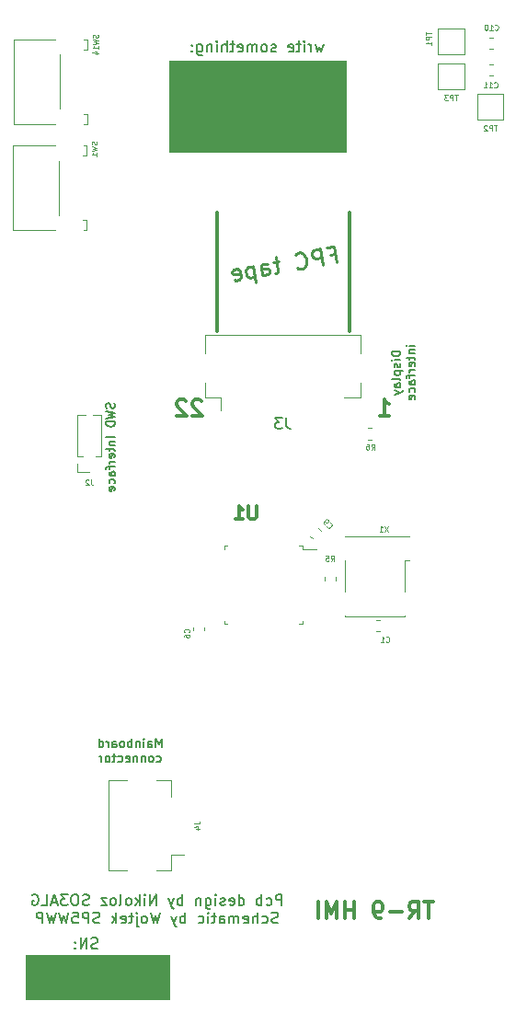
<source format=gbr>
G04 #@! TF.GenerationSoftware,KiCad,Pcbnew,5.1.10*
G04 #@! TF.CreationDate,2021-08-13T22:21:08+02:00*
G04 #@! TF.ProjectId,HMI,484d492e-6b69-4636-9164-5f7063625858,rev?*
G04 #@! TF.SameCoordinates,Original*
G04 #@! TF.FileFunction,Legend,Bot*
G04 #@! TF.FilePolarity,Positive*
%FSLAX46Y46*%
G04 Gerber Fmt 4.6, Leading zero omitted, Abs format (unit mm)*
G04 Created by KiCad (PCBNEW 5.1.10) date 2021-08-13 22:21:08*
%MOMM*%
%LPD*%
G01*
G04 APERTURE LIST*
%ADD10C,0.350000*%
%ADD11C,0.300000*%
%ADD12C,0.150000*%
%ADD13C,0.250000*%
%ADD14C,0.100000*%
%ADD15C,0.120000*%
%ADD16C,0.125000*%
G04 APERTURE END LIST*
D10*
X148979000Y-67624400D02*
X148979000Y-56702400D01*
D11*
X135326357Y-74057828D02*
X135254928Y-73986400D01*
X135112071Y-73914971D01*
X134754928Y-73914971D01*
X134612071Y-73986400D01*
X134540642Y-74057828D01*
X134469214Y-74200685D01*
X134469214Y-74343542D01*
X134540642Y-74557828D01*
X135397785Y-75414971D01*
X134469214Y-75414971D01*
X133897785Y-74057828D02*
X133826357Y-73986400D01*
X133683500Y-73914971D01*
X133326357Y-73914971D01*
X133183500Y-73986400D01*
X133112071Y-74057828D01*
X133040642Y-74200685D01*
X133040642Y-74343542D01*
X133112071Y-74557828D01*
X133969214Y-75414971D01*
X133040642Y-75414971D01*
D12*
X131662190Y-105919304D02*
X131662190Y-105119304D01*
X131395523Y-105690733D01*
X131128857Y-105119304D01*
X131128857Y-105919304D01*
X130405047Y-105919304D02*
X130405047Y-105500257D01*
X130443142Y-105424066D01*
X130519333Y-105385971D01*
X130671714Y-105385971D01*
X130747904Y-105424066D01*
X130405047Y-105881209D02*
X130481238Y-105919304D01*
X130671714Y-105919304D01*
X130747904Y-105881209D01*
X130786000Y-105805019D01*
X130786000Y-105728828D01*
X130747904Y-105652638D01*
X130671714Y-105614542D01*
X130481238Y-105614542D01*
X130405047Y-105576447D01*
X130024095Y-105919304D02*
X130024095Y-105385971D01*
X130024095Y-105119304D02*
X130062190Y-105157400D01*
X130024095Y-105195495D01*
X129986000Y-105157400D01*
X130024095Y-105119304D01*
X130024095Y-105195495D01*
X129643142Y-105385971D02*
X129643142Y-105919304D01*
X129643142Y-105462161D02*
X129605047Y-105424066D01*
X129528857Y-105385971D01*
X129414571Y-105385971D01*
X129338380Y-105424066D01*
X129300285Y-105500257D01*
X129300285Y-105919304D01*
X128919333Y-105919304D02*
X128919333Y-105119304D01*
X128919333Y-105424066D02*
X128843142Y-105385971D01*
X128690761Y-105385971D01*
X128614571Y-105424066D01*
X128576476Y-105462161D01*
X128538380Y-105538352D01*
X128538380Y-105766923D01*
X128576476Y-105843114D01*
X128614571Y-105881209D01*
X128690761Y-105919304D01*
X128843142Y-105919304D01*
X128919333Y-105881209D01*
X128081238Y-105919304D02*
X128157428Y-105881209D01*
X128195523Y-105843114D01*
X128233619Y-105766923D01*
X128233619Y-105538352D01*
X128195523Y-105462161D01*
X128157428Y-105424066D01*
X128081238Y-105385971D01*
X127966952Y-105385971D01*
X127890761Y-105424066D01*
X127852666Y-105462161D01*
X127814571Y-105538352D01*
X127814571Y-105766923D01*
X127852666Y-105843114D01*
X127890761Y-105881209D01*
X127966952Y-105919304D01*
X128081238Y-105919304D01*
X127128857Y-105919304D02*
X127128857Y-105500257D01*
X127166952Y-105424066D01*
X127243142Y-105385971D01*
X127395523Y-105385971D01*
X127471714Y-105424066D01*
X127128857Y-105881209D02*
X127205047Y-105919304D01*
X127395523Y-105919304D01*
X127471714Y-105881209D01*
X127509809Y-105805019D01*
X127509809Y-105728828D01*
X127471714Y-105652638D01*
X127395523Y-105614542D01*
X127205047Y-105614542D01*
X127128857Y-105576447D01*
X126747904Y-105919304D02*
X126747904Y-105385971D01*
X126747904Y-105538352D02*
X126709809Y-105462161D01*
X126671714Y-105424066D01*
X126595523Y-105385971D01*
X126519333Y-105385971D01*
X125909809Y-105919304D02*
X125909809Y-105119304D01*
X125909809Y-105881209D02*
X125986000Y-105919304D01*
X126138380Y-105919304D01*
X126214571Y-105881209D01*
X126252666Y-105843114D01*
X126290761Y-105766923D01*
X126290761Y-105538352D01*
X126252666Y-105462161D01*
X126214571Y-105424066D01*
X126138380Y-105385971D01*
X125986000Y-105385971D01*
X125909809Y-105424066D01*
X131205047Y-107231209D02*
X131281238Y-107269304D01*
X131433619Y-107269304D01*
X131509809Y-107231209D01*
X131547904Y-107193114D01*
X131586000Y-107116923D01*
X131586000Y-106888352D01*
X131547904Y-106812161D01*
X131509809Y-106774066D01*
X131433619Y-106735971D01*
X131281238Y-106735971D01*
X131205047Y-106774066D01*
X130747904Y-107269304D02*
X130824095Y-107231209D01*
X130862190Y-107193114D01*
X130900285Y-107116923D01*
X130900285Y-106888352D01*
X130862190Y-106812161D01*
X130824095Y-106774066D01*
X130747904Y-106735971D01*
X130633619Y-106735971D01*
X130557428Y-106774066D01*
X130519333Y-106812161D01*
X130481238Y-106888352D01*
X130481238Y-107116923D01*
X130519333Y-107193114D01*
X130557428Y-107231209D01*
X130633619Y-107269304D01*
X130747904Y-107269304D01*
X130138380Y-106735971D02*
X130138380Y-107269304D01*
X130138380Y-106812161D02*
X130100285Y-106774066D01*
X130024095Y-106735971D01*
X129909809Y-106735971D01*
X129833619Y-106774066D01*
X129795523Y-106850257D01*
X129795523Y-107269304D01*
X129414571Y-106735971D02*
X129414571Y-107269304D01*
X129414571Y-106812161D02*
X129376476Y-106774066D01*
X129300285Y-106735971D01*
X129186000Y-106735971D01*
X129109809Y-106774066D01*
X129071714Y-106850257D01*
X129071714Y-107269304D01*
X128386000Y-107231209D02*
X128462190Y-107269304D01*
X128614571Y-107269304D01*
X128690761Y-107231209D01*
X128728857Y-107155019D01*
X128728857Y-106850257D01*
X128690761Y-106774066D01*
X128614571Y-106735971D01*
X128462190Y-106735971D01*
X128386000Y-106774066D01*
X128347904Y-106850257D01*
X128347904Y-106926447D01*
X128728857Y-107002638D01*
X127662190Y-107231209D02*
X127738380Y-107269304D01*
X127890761Y-107269304D01*
X127966952Y-107231209D01*
X128005047Y-107193114D01*
X128043142Y-107116923D01*
X128043142Y-106888352D01*
X128005047Y-106812161D01*
X127966952Y-106774066D01*
X127890761Y-106735971D01*
X127738380Y-106735971D01*
X127662190Y-106774066D01*
X127433619Y-106735971D02*
X127128857Y-106735971D01*
X127319333Y-106469304D02*
X127319333Y-107155019D01*
X127281238Y-107231209D01*
X127205047Y-107269304D01*
X127128857Y-107269304D01*
X126747904Y-107269304D02*
X126824095Y-107231209D01*
X126862190Y-107193114D01*
X126900285Y-107116923D01*
X126900285Y-106888352D01*
X126862190Y-106812161D01*
X126824095Y-106774066D01*
X126747904Y-106735971D01*
X126633619Y-106735971D01*
X126557428Y-106774066D01*
X126519333Y-106812161D01*
X126481238Y-106888352D01*
X126481238Y-107116923D01*
X126519333Y-107193114D01*
X126557428Y-107231209D01*
X126633619Y-107269304D01*
X126747904Y-107269304D01*
X126138380Y-107269304D02*
X126138380Y-106735971D01*
X126138380Y-106888352D02*
X126100285Y-106812161D01*
X126062190Y-106774066D01*
X125986000Y-106735971D01*
X125909809Y-106735971D01*
X153618904Y-69472495D02*
X152818904Y-69472495D01*
X152818904Y-69662971D01*
X152857000Y-69777257D01*
X152933190Y-69853447D01*
X153009380Y-69891542D01*
X153161761Y-69929638D01*
X153276047Y-69929638D01*
X153428428Y-69891542D01*
X153504619Y-69853447D01*
X153580809Y-69777257D01*
X153618904Y-69662971D01*
X153618904Y-69472495D01*
X153618904Y-70272495D02*
X153085571Y-70272495D01*
X152818904Y-70272495D02*
X152857000Y-70234400D01*
X152895095Y-70272495D01*
X152857000Y-70310590D01*
X152818904Y-70272495D01*
X152895095Y-70272495D01*
X153580809Y-70615352D02*
X153618904Y-70691542D01*
X153618904Y-70843923D01*
X153580809Y-70920114D01*
X153504619Y-70958209D01*
X153466523Y-70958209D01*
X153390333Y-70920114D01*
X153352238Y-70843923D01*
X153352238Y-70729638D01*
X153314142Y-70653447D01*
X153237952Y-70615352D01*
X153199857Y-70615352D01*
X153123666Y-70653447D01*
X153085571Y-70729638D01*
X153085571Y-70843923D01*
X153123666Y-70920114D01*
X153085571Y-71301066D02*
X153885571Y-71301066D01*
X153123666Y-71301066D02*
X153085571Y-71377257D01*
X153085571Y-71529638D01*
X153123666Y-71605828D01*
X153161761Y-71643923D01*
X153237952Y-71682019D01*
X153466523Y-71682019D01*
X153542714Y-71643923D01*
X153580809Y-71605828D01*
X153618904Y-71529638D01*
X153618904Y-71377257D01*
X153580809Y-71301066D01*
X153618904Y-72139161D02*
X153580809Y-72062971D01*
X153504619Y-72024876D01*
X152818904Y-72024876D01*
X153618904Y-72786780D02*
X153199857Y-72786780D01*
X153123666Y-72748685D01*
X153085571Y-72672495D01*
X153085571Y-72520114D01*
X153123666Y-72443923D01*
X153580809Y-72786780D02*
X153618904Y-72710590D01*
X153618904Y-72520114D01*
X153580809Y-72443923D01*
X153504619Y-72405828D01*
X153428428Y-72405828D01*
X153352238Y-72443923D01*
X153314142Y-72520114D01*
X153314142Y-72710590D01*
X153276047Y-72786780D01*
X153085571Y-73091542D02*
X153618904Y-73282019D01*
X153085571Y-73472495D02*
X153618904Y-73282019D01*
X153809380Y-73205828D01*
X153847476Y-73167733D01*
X153885571Y-73091542D01*
X154968904Y-68977257D02*
X154435571Y-68977257D01*
X154168904Y-68977257D02*
X154207000Y-68939161D01*
X154245095Y-68977257D01*
X154207000Y-69015352D01*
X154168904Y-68977257D01*
X154245095Y-68977257D01*
X154435571Y-69358209D02*
X154968904Y-69358209D01*
X154511761Y-69358209D02*
X154473666Y-69396304D01*
X154435571Y-69472495D01*
X154435571Y-69586780D01*
X154473666Y-69662971D01*
X154549857Y-69701066D01*
X154968904Y-69701066D01*
X154435571Y-69967733D02*
X154435571Y-70272495D01*
X154168904Y-70082019D02*
X154854619Y-70082019D01*
X154930809Y-70120114D01*
X154968904Y-70196304D01*
X154968904Y-70272495D01*
X154930809Y-70843923D02*
X154968904Y-70767733D01*
X154968904Y-70615352D01*
X154930809Y-70539161D01*
X154854619Y-70501066D01*
X154549857Y-70501066D01*
X154473666Y-70539161D01*
X154435571Y-70615352D01*
X154435571Y-70767733D01*
X154473666Y-70843923D01*
X154549857Y-70882019D01*
X154626047Y-70882019D01*
X154702238Y-70501066D01*
X154968904Y-71224876D02*
X154435571Y-71224876D01*
X154587952Y-71224876D02*
X154511761Y-71262971D01*
X154473666Y-71301066D01*
X154435571Y-71377257D01*
X154435571Y-71453447D01*
X154435571Y-71605828D02*
X154435571Y-71910590D01*
X154968904Y-71720114D02*
X154283190Y-71720114D01*
X154207000Y-71758209D01*
X154168904Y-71834400D01*
X154168904Y-71910590D01*
X154968904Y-72520114D02*
X154549857Y-72520114D01*
X154473666Y-72482019D01*
X154435571Y-72405828D01*
X154435571Y-72253447D01*
X154473666Y-72177257D01*
X154930809Y-72520114D02*
X154968904Y-72443923D01*
X154968904Y-72253447D01*
X154930809Y-72177257D01*
X154854619Y-72139161D01*
X154778428Y-72139161D01*
X154702238Y-72177257D01*
X154664142Y-72253447D01*
X154664142Y-72443923D01*
X154626047Y-72520114D01*
X154930809Y-73243923D02*
X154968904Y-73167733D01*
X154968904Y-73015352D01*
X154930809Y-72939161D01*
X154892714Y-72901066D01*
X154816523Y-72862971D01*
X154587952Y-72862971D01*
X154511761Y-72901066D01*
X154473666Y-72939161D01*
X154435571Y-73015352D01*
X154435571Y-73167733D01*
X154473666Y-73243923D01*
X154930809Y-73891542D02*
X154968904Y-73815352D01*
X154968904Y-73662971D01*
X154930809Y-73586780D01*
X154854619Y-73548685D01*
X154549857Y-73548685D01*
X154473666Y-73586780D01*
X154435571Y-73662971D01*
X154435571Y-73815352D01*
X154473666Y-73891542D01*
X154549857Y-73929638D01*
X154626047Y-73929638D01*
X154702238Y-73548685D01*
X127323809Y-74254304D02*
X127361904Y-74368590D01*
X127361904Y-74559066D01*
X127323809Y-74635257D01*
X127285714Y-74673352D01*
X127209523Y-74711447D01*
X127133333Y-74711447D01*
X127057142Y-74673352D01*
X127019047Y-74635257D01*
X126980952Y-74559066D01*
X126942857Y-74406685D01*
X126904761Y-74330495D01*
X126866666Y-74292400D01*
X126790476Y-74254304D01*
X126714285Y-74254304D01*
X126638095Y-74292400D01*
X126600000Y-74330495D01*
X126561904Y-74406685D01*
X126561904Y-74597161D01*
X126600000Y-74711447D01*
X126561904Y-74978114D02*
X127361904Y-75168590D01*
X126790476Y-75320971D01*
X127361904Y-75473352D01*
X126561904Y-75663828D01*
X127361904Y-75968590D02*
X126561904Y-75968590D01*
X126561904Y-76159066D01*
X126600000Y-76273352D01*
X126676190Y-76349542D01*
X126752380Y-76387638D01*
X126904761Y-76425733D01*
X127019047Y-76425733D01*
X127171428Y-76387638D01*
X127247619Y-76349542D01*
X127323809Y-76273352D01*
X127361904Y-76159066D01*
X127361904Y-75968590D01*
X127361904Y-77378114D02*
X126561904Y-77378114D01*
X126828571Y-77759066D02*
X127361904Y-77759066D01*
X126904761Y-77759066D02*
X126866666Y-77797161D01*
X126828571Y-77873352D01*
X126828571Y-77987638D01*
X126866666Y-78063828D01*
X126942857Y-78101923D01*
X127361904Y-78101923D01*
X126828571Y-78368590D02*
X126828571Y-78673352D01*
X126561904Y-78482876D02*
X127247619Y-78482876D01*
X127323809Y-78520971D01*
X127361904Y-78597161D01*
X127361904Y-78673352D01*
X127323809Y-79244780D02*
X127361904Y-79168590D01*
X127361904Y-79016209D01*
X127323809Y-78940019D01*
X127247619Y-78901923D01*
X126942857Y-78901923D01*
X126866666Y-78940019D01*
X126828571Y-79016209D01*
X126828571Y-79168590D01*
X126866666Y-79244780D01*
X126942857Y-79282876D01*
X127019047Y-79282876D01*
X127095238Y-78901923D01*
X127361904Y-79625733D02*
X126828571Y-79625733D01*
X126980952Y-79625733D02*
X126904761Y-79663828D01*
X126866666Y-79701923D01*
X126828571Y-79778114D01*
X126828571Y-79854304D01*
X126828571Y-80006685D02*
X126828571Y-80311447D01*
X127361904Y-80120971D02*
X126676190Y-80120971D01*
X126600000Y-80159066D01*
X126561904Y-80235257D01*
X126561904Y-80311447D01*
X127361904Y-80920971D02*
X126942857Y-80920971D01*
X126866666Y-80882876D01*
X126828571Y-80806685D01*
X126828571Y-80654304D01*
X126866666Y-80578114D01*
X127323809Y-80920971D02*
X127361904Y-80844780D01*
X127361904Y-80654304D01*
X127323809Y-80578114D01*
X127247619Y-80540019D01*
X127171428Y-80540019D01*
X127095238Y-80578114D01*
X127057142Y-80654304D01*
X127057142Y-80844780D01*
X127019047Y-80920971D01*
X127323809Y-81644780D02*
X127361904Y-81568590D01*
X127361904Y-81416209D01*
X127323809Y-81340019D01*
X127285714Y-81301923D01*
X127209523Y-81263828D01*
X126980952Y-81263828D01*
X126904761Y-81301923D01*
X126866666Y-81340019D01*
X126828571Y-81416209D01*
X126828571Y-81568590D01*
X126866666Y-81644780D01*
X127323809Y-82292400D02*
X127361904Y-82216209D01*
X127361904Y-82063828D01*
X127323809Y-81987638D01*
X127247619Y-81949542D01*
X126942857Y-81949542D01*
X126866666Y-81987638D01*
X126828571Y-82063828D01*
X126828571Y-82216209D01*
X126866666Y-82292400D01*
X126942857Y-82330495D01*
X127019047Y-82330495D01*
X127095238Y-81949542D01*
D13*
X147148499Y-60615178D02*
X147640903Y-60528354D01*
X147777341Y-61302131D02*
X147516868Y-59824920D01*
X146813434Y-59948954D01*
X146511159Y-61525393D02*
X146250687Y-60048182D01*
X145687940Y-60147409D01*
X145559656Y-60242559D01*
X145501716Y-60325306D01*
X145456180Y-60478397D01*
X145493390Y-60689427D01*
X145588541Y-60817710D01*
X145671287Y-60875650D01*
X145824378Y-60921187D01*
X146387125Y-60821959D01*
X144165020Y-61794020D02*
X144247767Y-61851960D01*
X144471200Y-61885093D01*
X144611887Y-61860286D01*
X144810514Y-61752732D01*
X144926394Y-61587239D01*
X144971930Y-61434148D01*
X144992660Y-61140371D01*
X144955450Y-60929341D01*
X144835493Y-60660371D01*
X144740342Y-60532088D01*
X144574849Y-60416208D01*
X144351415Y-60383075D01*
X144210728Y-60407881D01*
X144012101Y-60515435D01*
X143954161Y-60598182D01*
X142468624Y-61222775D02*
X141905876Y-61322002D01*
X142170769Y-60767581D02*
X142394031Y-62033763D01*
X142348495Y-62186853D01*
X142220211Y-62282003D01*
X142079524Y-62306810D01*
X140954030Y-62505265D02*
X140817592Y-61731488D01*
X140863129Y-61578397D01*
X140991412Y-61483247D01*
X141272786Y-61433633D01*
X141425876Y-61479170D01*
X140941626Y-62434922D02*
X141094717Y-62480458D01*
X141446434Y-62418441D01*
X141574717Y-62323291D01*
X141620254Y-62170200D01*
X141595447Y-62029514D01*
X141500296Y-61901230D01*
X141347206Y-61855694D01*
X140995489Y-61917711D01*
X140842399Y-61872174D01*
X140076948Y-61644492D02*
X140337420Y-63121703D01*
X140089351Y-61714835D02*
X139936261Y-61669299D01*
X139654887Y-61718912D01*
X139526604Y-61814063D01*
X139468664Y-61896810D01*
X139423127Y-62049900D01*
X139497548Y-62471960D01*
X139592698Y-62600244D01*
X139675445Y-62658184D01*
X139828535Y-62703720D01*
X140109909Y-62654106D01*
X140238192Y-62558956D01*
X138338920Y-62893849D02*
X138492010Y-62939386D01*
X138773384Y-62889772D01*
X138901668Y-62794622D01*
X138947204Y-62641531D01*
X138847977Y-62078784D01*
X138752826Y-61950501D01*
X138599736Y-61904964D01*
X138318362Y-61954578D01*
X138190079Y-62049728D01*
X138144542Y-62202818D01*
X138169349Y-62343505D01*
X138897590Y-62360158D01*
D10*
X136787000Y-67624400D02*
X136787000Y-56702400D01*
D14*
G36*
X132342000Y-129092400D02*
G01*
X119134000Y-129092400D01*
X119134000Y-125028400D01*
X132342000Y-125028400D01*
X132342000Y-129092400D01*
G37*
X132342000Y-129092400D02*
X119134000Y-129092400D01*
X119134000Y-125028400D01*
X132342000Y-125028400D01*
X132342000Y-129092400D01*
D12*
X125769619Y-124417161D02*
X125626761Y-124464780D01*
X125388666Y-124464780D01*
X125293428Y-124417161D01*
X125245809Y-124369542D01*
X125198190Y-124274304D01*
X125198190Y-124179066D01*
X125245809Y-124083828D01*
X125293428Y-124036209D01*
X125388666Y-123988590D01*
X125579142Y-123940971D01*
X125674380Y-123893352D01*
X125722000Y-123845733D01*
X125769619Y-123750495D01*
X125769619Y-123655257D01*
X125722000Y-123560019D01*
X125674380Y-123512400D01*
X125579142Y-123464780D01*
X125341047Y-123464780D01*
X125198190Y-123512400D01*
X124769619Y-124464780D02*
X124769619Y-123464780D01*
X124198190Y-124464780D01*
X124198190Y-123464780D01*
X123722000Y-124369542D02*
X123674380Y-124417161D01*
X123722000Y-124464780D01*
X123769619Y-124417161D01*
X123722000Y-124369542D01*
X123722000Y-124464780D01*
X123722000Y-123845733D02*
X123674380Y-123893352D01*
X123722000Y-123940971D01*
X123769619Y-123893352D01*
X123722000Y-123845733D01*
X123722000Y-123940971D01*
X146565238Y-41248114D02*
X146374761Y-41914780D01*
X146184285Y-41438590D01*
X145993809Y-41914780D01*
X145803333Y-41248114D01*
X145422380Y-41914780D02*
X145422380Y-41248114D01*
X145422380Y-41438590D02*
X145374761Y-41343352D01*
X145327142Y-41295733D01*
X145231904Y-41248114D01*
X145136666Y-41248114D01*
X144803333Y-41914780D02*
X144803333Y-41248114D01*
X144803333Y-40914780D02*
X144850952Y-40962400D01*
X144803333Y-41010019D01*
X144755714Y-40962400D01*
X144803333Y-40914780D01*
X144803333Y-41010019D01*
X144470000Y-41248114D02*
X144089047Y-41248114D01*
X144327142Y-40914780D02*
X144327142Y-41771923D01*
X144279523Y-41867161D01*
X144184285Y-41914780D01*
X144089047Y-41914780D01*
X143374761Y-41867161D02*
X143470000Y-41914780D01*
X143660476Y-41914780D01*
X143755714Y-41867161D01*
X143803333Y-41771923D01*
X143803333Y-41390971D01*
X143755714Y-41295733D01*
X143660476Y-41248114D01*
X143470000Y-41248114D01*
X143374761Y-41295733D01*
X143327142Y-41390971D01*
X143327142Y-41486209D01*
X143803333Y-41581447D01*
X142184285Y-41867161D02*
X142089047Y-41914780D01*
X141898571Y-41914780D01*
X141803333Y-41867161D01*
X141755714Y-41771923D01*
X141755714Y-41724304D01*
X141803333Y-41629066D01*
X141898571Y-41581447D01*
X142041428Y-41581447D01*
X142136666Y-41533828D01*
X142184285Y-41438590D01*
X142184285Y-41390971D01*
X142136666Y-41295733D01*
X142041428Y-41248114D01*
X141898571Y-41248114D01*
X141803333Y-41295733D01*
X141184285Y-41914780D02*
X141279523Y-41867161D01*
X141327142Y-41819542D01*
X141374761Y-41724304D01*
X141374761Y-41438590D01*
X141327142Y-41343352D01*
X141279523Y-41295733D01*
X141184285Y-41248114D01*
X141041428Y-41248114D01*
X140946190Y-41295733D01*
X140898571Y-41343352D01*
X140850952Y-41438590D01*
X140850952Y-41724304D01*
X140898571Y-41819542D01*
X140946190Y-41867161D01*
X141041428Y-41914780D01*
X141184285Y-41914780D01*
X140422380Y-41914780D02*
X140422380Y-41248114D01*
X140422380Y-41343352D02*
X140374761Y-41295733D01*
X140279523Y-41248114D01*
X140136666Y-41248114D01*
X140041428Y-41295733D01*
X139993809Y-41390971D01*
X139993809Y-41914780D01*
X139993809Y-41390971D02*
X139946190Y-41295733D01*
X139850952Y-41248114D01*
X139708095Y-41248114D01*
X139612857Y-41295733D01*
X139565238Y-41390971D01*
X139565238Y-41914780D01*
X138708095Y-41867161D02*
X138803333Y-41914780D01*
X138993809Y-41914780D01*
X139089047Y-41867161D01*
X139136666Y-41771923D01*
X139136666Y-41390971D01*
X139089047Y-41295733D01*
X138993809Y-41248114D01*
X138803333Y-41248114D01*
X138708095Y-41295733D01*
X138660476Y-41390971D01*
X138660476Y-41486209D01*
X139136666Y-41581447D01*
X138374761Y-41248114D02*
X137993809Y-41248114D01*
X138231904Y-40914780D02*
X138231904Y-41771923D01*
X138184285Y-41867161D01*
X138089047Y-41914780D01*
X137993809Y-41914780D01*
X137660476Y-41914780D02*
X137660476Y-40914780D01*
X137231904Y-41914780D02*
X137231904Y-41390971D01*
X137279523Y-41295733D01*
X137374761Y-41248114D01*
X137517619Y-41248114D01*
X137612857Y-41295733D01*
X137660476Y-41343352D01*
X136755714Y-41914780D02*
X136755714Y-41248114D01*
X136755714Y-40914780D02*
X136803333Y-40962400D01*
X136755714Y-41010019D01*
X136708095Y-40962400D01*
X136755714Y-40914780D01*
X136755714Y-41010019D01*
X136279523Y-41248114D02*
X136279523Y-41914780D01*
X136279523Y-41343352D02*
X136231904Y-41295733D01*
X136136666Y-41248114D01*
X135993809Y-41248114D01*
X135898571Y-41295733D01*
X135850952Y-41390971D01*
X135850952Y-41914780D01*
X134946190Y-41248114D02*
X134946190Y-42057638D01*
X134993809Y-42152876D01*
X135041428Y-42200495D01*
X135136666Y-42248114D01*
X135279523Y-42248114D01*
X135374761Y-42200495D01*
X134946190Y-41867161D02*
X135041428Y-41914780D01*
X135231904Y-41914780D01*
X135327142Y-41867161D01*
X135374761Y-41819542D01*
X135422380Y-41724304D01*
X135422380Y-41438590D01*
X135374761Y-41343352D01*
X135327142Y-41295733D01*
X135231904Y-41248114D01*
X135041428Y-41248114D01*
X134946190Y-41295733D01*
X134470000Y-41819542D02*
X134422380Y-41867161D01*
X134470000Y-41914780D01*
X134517619Y-41867161D01*
X134470000Y-41819542D01*
X134470000Y-41914780D01*
X134470000Y-41295733D02*
X134422380Y-41343352D01*
X134470000Y-41390971D01*
X134517619Y-41343352D01*
X134470000Y-41295733D01*
X134470000Y-41390971D01*
D14*
G36*
X148598000Y-51114400D02*
G01*
X132342000Y-51114400D01*
X132342000Y-42732400D01*
X148598000Y-42732400D01*
X148598000Y-51114400D01*
G37*
X148598000Y-51114400D02*
X132342000Y-51114400D01*
X132342000Y-42732400D01*
X148598000Y-42732400D01*
X148598000Y-51114400D01*
D12*
X142725990Y-120464780D02*
X142725990Y-119464780D01*
X142345038Y-119464780D01*
X142249800Y-119512400D01*
X142202180Y-119560019D01*
X142154561Y-119655257D01*
X142154561Y-119798114D01*
X142202180Y-119893352D01*
X142249800Y-119940971D01*
X142345038Y-119988590D01*
X142725990Y-119988590D01*
X141297419Y-120417161D02*
X141392657Y-120464780D01*
X141583133Y-120464780D01*
X141678371Y-120417161D01*
X141725990Y-120369542D01*
X141773609Y-120274304D01*
X141773609Y-119988590D01*
X141725990Y-119893352D01*
X141678371Y-119845733D01*
X141583133Y-119798114D01*
X141392657Y-119798114D01*
X141297419Y-119845733D01*
X140868847Y-120464780D02*
X140868847Y-119464780D01*
X140868847Y-119845733D02*
X140773609Y-119798114D01*
X140583133Y-119798114D01*
X140487895Y-119845733D01*
X140440276Y-119893352D01*
X140392657Y-119988590D01*
X140392657Y-120274304D01*
X140440276Y-120369542D01*
X140487895Y-120417161D01*
X140583133Y-120464780D01*
X140773609Y-120464780D01*
X140868847Y-120417161D01*
X138773609Y-120464780D02*
X138773609Y-119464780D01*
X138773609Y-120417161D02*
X138868847Y-120464780D01*
X139059323Y-120464780D01*
X139154561Y-120417161D01*
X139202180Y-120369542D01*
X139249800Y-120274304D01*
X139249800Y-119988590D01*
X139202180Y-119893352D01*
X139154561Y-119845733D01*
X139059323Y-119798114D01*
X138868847Y-119798114D01*
X138773609Y-119845733D01*
X137916466Y-120417161D02*
X138011704Y-120464780D01*
X138202180Y-120464780D01*
X138297419Y-120417161D01*
X138345038Y-120321923D01*
X138345038Y-119940971D01*
X138297419Y-119845733D01*
X138202180Y-119798114D01*
X138011704Y-119798114D01*
X137916466Y-119845733D01*
X137868847Y-119940971D01*
X137868847Y-120036209D01*
X138345038Y-120131447D01*
X137487895Y-120417161D02*
X137392657Y-120464780D01*
X137202180Y-120464780D01*
X137106942Y-120417161D01*
X137059323Y-120321923D01*
X137059323Y-120274304D01*
X137106942Y-120179066D01*
X137202180Y-120131447D01*
X137345038Y-120131447D01*
X137440276Y-120083828D01*
X137487895Y-119988590D01*
X137487895Y-119940971D01*
X137440276Y-119845733D01*
X137345038Y-119798114D01*
X137202180Y-119798114D01*
X137106942Y-119845733D01*
X136630752Y-120464780D02*
X136630752Y-119798114D01*
X136630752Y-119464780D02*
X136678371Y-119512400D01*
X136630752Y-119560019D01*
X136583133Y-119512400D01*
X136630752Y-119464780D01*
X136630752Y-119560019D01*
X135725990Y-119798114D02*
X135725990Y-120607638D01*
X135773609Y-120702876D01*
X135821228Y-120750495D01*
X135916466Y-120798114D01*
X136059323Y-120798114D01*
X136154561Y-120750495D01*
X135725990Y-120417161D02*
X135821228Y-120464780D01*
X136011704Y-120464780D01*
X136106942Y-120417161D01*
X136154561Y-120369542D01*
X136202180Y-120274304D01*
X136202180Y-119988590D01*
X136154561Y-119893352D01*
X136106942Y-119845733D01*
X136011704Y-119798114D01*
X135821228Y-119798114D01*
X135725990Y-119845733D01*
X135249800Y-119798114D02*
X135249800Y-120464780D01*
X135249800Y-119893352D02*
X135202180Y-119845733D01*
X135106942Y-119798114D01*
X134964085Y-119798114D01*
X134868847Y-119845733D01*
X134821228Y-119940971D01*
X134821228Y-120464780D01*
X133583133Y-120464780D02*
X133583133Y-119464780D01*
X133583133Y-119845733D02*
X133487895Y-119798114D01*
X133297419Y-119798114D01*
X133202180Y-119845733D01*
X133154561Y-119893352D01*
X133106942Y-119988590D01*
X133106942Y-120274304D01*
X133154561Y-120369542D01*
X133202180Y-120417161D01*
X133297419Y-120464780D01*
X133487895Y-120464780D01*
X133583133Y-120417161D01*
X132773609Y-119798114D02*
X132535514Y-120464780D01*
X132297419Y-119798114D02*
X132535514Y-120464780D01*
X132630752Y-120702876D01*
X132678371Y-120750495D01*
X132773609Y-120798114D01*
X131154561Y-120464780D02*
X131154561Y-119464780D01*
X130583133Y-120464780D01*
X130583133Y-119464780D01*
X130106942Y-120464780D02*
X130106942Y-119798114D01*
X130106942Y-119464780D02*
X130154561Y-119512400D01*
X130106942Y-119560019D01*
X130059323Y-119512400D01*
X130106942Y-119464780D01*
X130106942Y-119560019D01*
X129630752Y-120464780D02*
X129630752Y-119464780D01*
X129535514Y-120083828D02*
X129249800Y-120464780D01*
X129249800Y-119798114D02*
X129630752Y-120179066D01*
X128678371Y-120464780D02*
X128773609Y-120417161D01*
X128821228Y-120369542D01*
X128868847Y-120274304D01*
X128868847Y-119988590D01*
X128821228Y-119893352D01*
X128773609Y-119845733D01*
X128678371Y-119798114D01*
X128535514Y-119798114D01*
X128440276Y-119845733D01*
X128392657Y-119893352D01*
X128345038Y-119988590D01*
X128345038Y-120274304D01*
X128392657Y-120369542D01*
X128440276Y-120417161D01*
X128535514Y-120464780D01*
X128678371Y-120464780D01*
X127773609Y-120464780D02*
X127868847Y-120417161D01*
X127916466Y-120321923D01*
X127916466Y-119464780D01*
X127249800Y-120464780D02*
X127345038Y-120417161D01*
X127392657Y-120369542D01*
X127440276Y-120274304D01*
X127440276Y-119988590D01*
X127392657Y-119893352D01*
X127345038Y-119845733D01*
X127249800Y-119798114D01*
X127106942Y-119798114D01*
X127011704Y-119845733D01*
X126964085Y-119893352D01*
X126916466Y-119988590D01*
X126916466Y-120274304D01*
X126964085Y-120369542D01*
X127011704Y-120417161D01*
X127106942Y-120464780D01*
X127249800Y-120464780D01*
X126583133Y-119798114D02*
X126059323Y-119798114D01*
X126583133Y-120464780D01*
X126059323Y-120464780D01*
X124964085Y-120417161D02*
X124821228Y-120464780D01*
X124583133Y-120464780D01*
X124487895Y-120417161D01*
X124440276Y-120369542D01*
X124392657Y-120274304D01*
X124392657Y-120179066D01*
X124440276Y-120083828D01*
X124487895Y-120036209D01*
X124583133Y-119988590D01*
X124773609Y-119940971D01*
X124868847Y-119893352D01*
X124916466Y-119845733D01*
X124964085Y-119750495D01*
X124964085Y-119655257D01*
X124916466Y-119560019D01*
X124868847Y-119512400D01*
X124773609Y-119464780D01*
X124535514Y-119464780D01*
X124392657Y-119512400D01*
X123773609Y-119464780D02*
X123583133Y-119464780D01*
X123487895Y-119512400D01*
X123392657Y-119607638D01*
X123345038Y-119798114D01*
X123345038Y-120131447D01*
X123392657Y-120321923D01*
X123487895Y-120417161D01*
X123583133Y-120464780D01*
X123773609Y-120464780D01*
X123868847Y-120417161D01*
X123964085Y-120321923D01*
X124011704Y-120131447D01*
X124011704Y-119798114D01*
X123964085Y-119607638D01*
X123868847Y-119512400D01*
X123773609Y-119464780D01*
X123011704Y-119464780D02*
X122392657Y-119464780D01*
X122725990Y-119845733D01*
X122583133Y-119845733D01*
X122487895Y-119893352D01*
X122440276Y-119940971D01*
X122392657Y-120036209D01*
X122392657Y-120274304D01*
X122440276Y-120369542D01*
X122487895Y-120417161D01*
X122583133Y-120464780D01*
X122868847Y-120464780D01*
X122964085Y-120417161D01*
X123011704Y-120369542D01*
X122011704Y-120179066D02*
X121535514Y-120179066D01*
X122106942Y-120464780D02*
X121773609Y-119464780D01*
X121440276Y-120464780D01*
X120630752Y-120464780D02*
X121106942Y-120464780D01*
X121106942Y-119464780D01*
X119773609Y-119512400D02*
X119868847Y-119464780D01*
X120011704Y-119464780D01*
X120154561Y-119512400D01*
X120249800Y-119607638D01*
X120297419Y-119702876D01*
X120345038Y-119893352D01*
X120345038Y-120036209D01*
X120297419Y-120226685D01*
X120249800Y-120321923D01*
X120154561Y-120417161D01*
X120011704Y-120464780D01*
X119916466Y-120464780D01*
X119773609Y-120417161D01*
X119725990Y-120369542D01*
X119725990Y-120036209D01*
X119916466Y-120036209D01*
X142368847Y-122067161D02*
X142225990Y-122114780D01*
X141987895Y-122114780D01*
X141892657Y-122067161D01*
X141845038Y-122019542D01*
X141797419Y-121924304D01*
X141797419Y-121829066D01*
X141845038Y-121733828D01*
X141892657Y-121686209D01*
X141987895Y-121638590D01*
X142178371Y-121590971D01*
X142273609Y-121543352D01*
X142321228Y-121495733D01*
X142368847Y-121400495D01*
X142368847Y-121305257D01*
X142321228Y-121210019D01*
X142273609Y-121162400D01*
X142178371Y-121114780D01*
X141940276Y-121114780D01*
X141797419Y-121162400D01*
X140940276Y-122067161D02*
X141035514Y-122114780D01*
X141225990Y-122114780D01*
X141321228Y-122067161D01*
X141368847Y-122019542D01*
X141416466Y-121924304D01*
X141416466Y-121638590D01*
X141368847Y-121543352D01*
X141321228Y-121495733D01*
X141225990Y-121448114D01*
X141035514Y-121448114D01*
X140940276Y-121495733D01*
X140511704Y-122114780D02*
X140511704Y-121114780D01*
X140083133Y-122114780D02*
X140083133Y-121590971D01*
X140130752Y-121495733D01*
X140225990Y-121448114D01*
X140368847Y-121448114D01*
X140464085Y-121495733D01*
X140511704Y-121543352D01*
X139225990Y-122067161D02*
X139321228Y-122114780D01*
X139511704Y-122114780D01*
X139606942Y-122067161D01*
X139654561Y-121971923D01*
X139654561Y-121590971D01*
X139606942Y-121495733D01*
X139511704Y-121448114D01*
X139321228Y-121448114D01*
X139225990Y-121495733D01*
X139178371Y-121590971D01*
X139178371Y-121686209D01*
X139654561Y-121781447D01*
X138749800Y-122114780D02*
X138749800Y-121448114D01*
X138749800Y-121543352D02*
X138702180Y-121495733D01*
X138606942Y-121448114D01*
X138464085Y-121448114D01*
X138368847Y-121495733D01*
X138321228Y-121590971D01*
X138321228Y-122114780D01*
X138321228Y-121590971D02*
X138273609Y-121495733D01*
X138178371Y-121448114D01*
X138035514Y-121448114D01*
X137940276Y-121495733D01*
X137892657Y-121590971D01*
X137892657Y-122114780D01*
X136987895Y-122114780D02*
X136987895Y-121590971D01*
X137035514Y-121495733D01*
X137130752Y-121448114D01*
X137321228Y-121448114D01*
X137416466Y-121495733D01*
X136987895Y-122067161D02*
X137083133Y-122114780D01*
X137321228Y-122114780D01*
X137416466Y-122067161D01*
X137464085Y-121971923D01*
X137464085Y-121876685D01*
X137416466Y-121781447D01*
X137321228Y-121733828D01*
X137083133Y-121733828D01*
X136987895Y-121686209D01*
X136654561Y-121448114D02*
X136273609Y-121448114D01*
X136511704Y-121114780D02*
X136511704Y-121971923D01*
X136464085Y-122067161D01*
X136368847Y-122114780D01*
X136273609Y-122114780D01*
X135940276Y-122114780D02*
X135940276Y-121448114D01*
X135940276Y-121114780D02*
X135987895Y-121162400D01*
X135940276Y-121210019D01*
X135892657Y-121162400D01*
X135940276Y-121114780D01*
X135940276Y-121210019D01*
X135035514Y-122067161D02*
X135130752Y-122114780D01*
X135321228Y-122114780D01*
X135416466Y-122067161D01*
X135464085Y-122019542D01*
X135511704Y-121924304D01*
X135511704Y-121638590D01*
X135464085Y-121543352D01*
X135416466Y-121495733D01*
X135321228Y-121448114D01*
X135130752Y-121448114D01*
X135035514Y-121495733D01*
X133845038Y-122114780D02*
X133845038Y-121114780D01*
X133845038Y-121495733D02*
X133749800Y-121448114D01*
X133559323Y-121448114D01*
X133464085Y-121495733D01*
X133416466Y-121543352D01*
X133368847Y-121638590D01*
X133368847Y-121924304D01*
X133416466Y-122019542D01*
X133464085Y-122067161D01*
X133559323Y-122114780D01*
X133749800Y-122114780D01*
X133845038Y-122067161D01*
X133035514Y-121448114D02*
X132797419Y-122114780D01*
X132559323Y-121448114D02*
X132797419Y-122114780D01*
X132892657Y-122352876D01*
X132940276Y-122400495D01*
X133035514Y-122448114D01*
X131511704Y-121114780D02*
X131273609Y-122114780D01*
X131083133Y-121400495D01*
X130892657Y-122114780D01*
X130654561Y-121114780D01*
X130130752Y-122114780D02*
X130225990Y-122067161D01*
X130273609Y-122019542D01*
X130321228Y-121924304D01*
X130321228Y-121638590D01*
X130273609Y-121543352D01*
X130225990Y-121495733D01*
X130130752Y-121448114D01*
X129987895Y-121448114D01*
X129892657Y-121495733D01*
X129845038Y-121543352D01*
X129797419Y-121638590D01*
X129797419Y-121924304D01*
X129845038Y-122019542D01*
X129892657Y-122067161D01*
X129987895Y-122114780D01*
X130130752Y-122114780D01*
X129368847Y-121448114D02*
X129368847Y-122305257D01*
X129416466Y-122400495D01*
X129511704Y-122448114D01*
X129559323Y-122448114D01*
X129368847Y-121114780D02*
X129416466Y-121162400D01*
X129368847Y-121210019D01*
X129321228Y-121162400D01*
X129368847Y-121114780D01*
X129368847Y-121210019D01*
X129035514Y-121448114D02*
X128654561Y-121448114D01*
X128892657Y-121114780D02*
X128892657Y-121971923D01*
X128845038Y-122067161D01*
X128749800Y-122114780D01*
X128654561Y-122114780D01*
X127940276Y-122067161D02*
X128035514Y-122114780D01*
X128225990Y-122114780D01*
X128321228Y-122067161D01*
X128368847Y-121971923D01*
X128368847Y-121590971D01*
X128321228Y-121495733D01*
X128225990Y-121448114D01*
X128035514Y-121448114D01*
X127940276Y-121495733D01*
X127892657Y-121590971D01*
X127892657Y-121686209D01*
X128368847Y-121781447D01*
X127464085Y-122114780D02*
X127464085Y-121114780D01*
X127368847Y-121733828D02*
X127083133Y-122114780D01*
X127083133Y-121448114D02*
X127464085Y-121829066D01*
X125940276Y-122067161D02*
X125797419Y-122114780D01*
X125559323Y-122114780D01*
X125464085Y-122067161D01*
X125416466Y-122019542D01*
X125368847Y-121924304D01*
X125368847Y-121829066D01*
X125416466Y-121733828D01*
X125464085Y-121686209D01*
X125559323Y-121638590D01*
X125749800Y-121590971D01*
X125845038Y-121543352D01*
X125892657Y-121495733D01*
X125940276Y-121400495D01*
X125940276Y-121305257D01*
X125892657Y-121210019D01*
X125845038Y-121162400D01*
X125749800Y-121114780D01*
X125511704Y-121114780D01*
X125368847Y-121162400D01*
X124940276Y-122114780D02*
X124940276Y-121114780D01*
X124559323Y-121114780D01*
X124464085Y-121162400D01*
X124416466Y-121210019D01*
X124368847Y-121305257D01*
X124368847Y-121448114D01*
X124416466Y-121543352D01*
X124464085Y-121590971D01*
X124559323Y-121638590D01*
X124940276Y-121638590D01*
X123464085Y-121114780D02*
X123940276Y-121114780D01*
X123987895Y-121590971D01*
X123940276Y-121543352D01*
X123845038Y-121495733D01*
X123606942Y-121495733D01*
X123511704Y-121543352D01*
X123464085Y-121590971D01*
X123416466Y-121686209D01*
X123416466Y-121924304D01*
X123464085Y-122019542D01*
X123511704Y-122067161D01*
X123606942Y-122114780D01*
X123845038Y-122114780D01*
X123940276Y-122067161D01*
X123987895Y-122019542D01*
X123083133Y-121114780D02*
X122845038Y-122114780D01*
X122654561Y-121400495D01*
X122464085Y-122114780D01*
X122225990Y-121114780D01*
X121940276Y-121114780D02*
X121702180Y-122114780D01*
X121511704Y-121400495D01*
X121321228Y-122114780D01*
X121083133Y-121114780D01*
X120702180Y-122114780D02*
X120702180Y-121114780D01*
X120321228Y-121114780D01*
X120225990Y-121162400D01*
X120178371Y-121210019D01*
X120130752Y-121305257D01*
X120130752Y-121448114D01*
X120178371Y-121543352D01*
X120225990Y-121590971D01*
X120321228Y-121638590D01*
X120702180Y-121638590D01*
D11*
X156657857Y-120168371D02*
X155800714Y-120168371D01*
X156229285Y-121668371D02*
X156229285Y-120168371D01*
X154443571Y-121668371D02*
X154943571Y-120954085D01*
X155300714Y-121668371D02*
X155300714Y-120168371D01*
X154729285Y-120168371D01*
X154586428Y-120239800D01*
X154515000Y-120311228D01*
X154443571Y-120454085D01*
X154443571Y-120668371D01*
X154515000Y-120811228D01*
X154586428Y-120882657D01*
X154729285Y-120954085D01*
X155300714Y-120954085D01*
X153800714Y-121096942D02*
X152657857Y-121096942D01*
X151872142Y-121668371D02*
X151586428Y-121668371D01*
X151443571Y-121596942D01*
X151372142Y-121525514D01*
X151229285Y-121311228D01*
X151157857Y-121025514D01*
X151157857Y-120454085D01*
X151229285Y-120311228D01*
X151300714Y-120239800D01*
X151443571Y-120168371D01*
X151729285Y-120168371D01*
X151872142Y-120239800D01*
X151943571Y-120311228D01*
X152015000Y-120454085D01*
X152015000Y-120811228D01*
X151943571Y-120954085D01*
X151872142Y-121025514D01*
X151729285Y-121096942D01*
X151443571Y-121096942D01*
X151300714Y-121025514D01*
X151229285Y-120954085D01*
X151157857Y-120811228D01*
X149372142Y-121668371D02*
X149372142Y-120168371D01*
X149372142Y-120882657D02*
X148515000Y-120882657D01*
X148515000Y-121668371D02*
X148515000Y-120168371D01*
X147800714Y-121668371D02*
X147800714Y-120168371D01*
X147300714Y-121239800D01*
X146800714Y-120168371D01*
X146800714Y-121668371D01*
X146086428Y-121668371D02*
X146086428Y-120168371D01*
X151725428Y-75414971D02*
X152582571Y-75414971D01*
X152154000Y-75414971D02*
X152154000Y-73914971D01*
X152296857Y-74129257D01*
X152439714Y-74272114D01*
X152582571Y-74343542D01*
D15*
X123890000Y-80627200D02*
X125000000Y-80627200D01*
X123890000Y-79867200D02*
X123890000Y-80627200D01*
X125563471Y-79107200D02*
X126110000Y-79107200D01*
X123890000Y-79107200D02*
X124436529Y-79107200D01*
X126110000Y-79107200D02*
X126110000Y-75362200D01*
X123890000Y-79107200D02*
X123890000Y-75362200D01*
X125307530Y-75362200D02*
X126110000Y-75362200D01*
X123890000Y-75362200D02*
X124692470Y-75362200D01*
X124767200Y-57416600D02*
X124417200Y-57416600D01*
X124767200Y-58306600D02*
X124767200Y-57416600D01*
X124467200Y-58306600D02*
X124767200Y-58306600D01*
X121827200Y-58306600D02*
X117977200Y-58306600D01*
X117977200Y-58306600D02*
X117977200Y-50566600D01*
X117977200Y-50566600D02*
X121827200Y-50566600D01*
X122217200Y-51946600D02*
X122217200Y-56926600D01*
X124767200Y-51456600D02*
X124767200Y-50566600D01*
X124767200Y-51456600D02*
X124417200Y-51456600D01*
X124467200Y-50566600D02*
X124767200Y-50566600D01*
X124818000Y-47657600D02*
X124468000Y-47657600D01*
X124818000Y-48547600D02*
X124818000Y-47657600D01*
X124518000Y-48547600D02*
X124818000Y-48547600D01*
X121878000Y-48547600D02*
X118028000Y-48547600D01*
X118028000Y-48547600D02*
X118028000Y-40807600D01*
X118028000Y-40807600D02*
X121878000Y-40807600D01*
X122268000Y-42187600D02*
X122268000Y-47167600D01*
X124818000Y-41697600D02*
X124818000Y-40807600D01*
X124818000Y-41697600D02*
X124468000Y-41697600D01*
X124518000Y-40807600D02*
X124818000Y-40807600D01*
X157100800Y-42980200D02*
X157100800Y-45380200D01*
X159500800Y-42980200D02*
X157100800Y-42980200D01*
X159500800Y-45380200D02*
X159500800Y-42980200D01*
X157100800Y-45380200D02*
X159500800Y-45380200D01*
X160707600Y-45774200D02*
X160707600Y-48174200D01*
X163107600Y-45774200D02*
X160707600Y-45774200D01*
X163107600Y-48174200D02*
X163107600Y-45774200D01*
X160707600Y-48174200D02*
X163107600Y-48174200D01*
X157100800Y-39779800D02*
X157100800Y-42179800D01*
X159500800Y-39779800D02*
X157100800Y-39779800D01*
X159500800Y-42179800D02*
X159500800Y-39779800D01*
X157100800Y-42179800D02*
X159500800Y-42179800D01*
X162171979Y-44131400D02*
X161846421Y-44131400D01*
X162171979Y-43111400D02*
X161846421Y-43111400D01*
X162171979Y-41642200D02*
X161846421Y-41642200D01*
X162171979Y-40622200D02*
X161846421Y-40622200D01*
X145585831Y-86707580D02*
X145355626Y-86477375D01*
X146307080Y-85986331D02*
X146076875Y-85756126D01*
X137134000Y-73750400D02*
X137134000Y-74950400D01*
X149944000Y-67950400D02*
X149944000Y-69690400D01*
X135644000Y-67950400D02*
X149944000Y-67950400D01*
X135644000Y-69690400D02*
X135644000Y-67950400D01*
X149944000Y-73750400D02*
X149944000Y-72410400D01*
X148454000Y-73750400D02*
X149944000Y-73750400D01*
X135644000Y-73750400D02*
X135644000Y-72410400D01*
X137134000Y-73750400D02*
X135644000Y-73750400D01*
X154023800Y-88752300D02*
X154483800Y-88752300D01*
X154023800Y-91632300D02*
X154023800Y-88752300D01*
X148543800Y-86492300D02*
X148543800Y-86552300D01*
X154023800Y-86492300D02*
X148543800Y-86492300D01*
X154023800Y-86552300D02*
X154023800Y-86492300D01*
X154483800Y-86552300D02*
X154023800Y-86552300D01*
X148543800Y-88752300D02*
X148543800Y-91632300D01*
X154023800Y-93892300D02*
X154023800Y-93832300D01*
X148543800Y-93892300D02*
X154023800Y-93892300D01*
X148543800Y-93832300D02*
X148543800Y-93892300D01*
X144622800Y-87669700D02*
X145937800Y-87669700D01*
X144622800Y-87369700D02*
X144622800Y-87669700D01*
X144322800Y-87369700D02*
X144622800Y-87369700D01*
X137402800Y-87369700D02*
X137402800Y-87669700D01*
X137702800Y-87369700D02*
X137402800Y-87369700D01*
X144622800Y-94589700D02*
X144622800Y-94289700D01*
X144322800Y-94589700D02*
X144622800Y-94589700D01*
X137402800Y-94589700D02*
X137402800Y-94289700D01*
X137702800Y-94589700D02*
X137402800Y-94589700D01*
X150970679Y-77583200D02*
X150645121Y-77583200D01*
X150970679Y-76563200D02*
X150645121Y-76563200D01*
X146640200Y-90583579D02*
X146640200Y-90258021D01*
X147660200Y-90583579D02*
X147660200Y-90258021D01*
X132554000Y-115786400D02*
X133754000Y-115786400D01*
X126754000Y-108976400D02*
X128494000Y-108976400D01*
X126754000Y-117276400D02*
X126754000Y-108976400D01*
X128494000Y-117276400D02*
X126754000Y-117276400D01*
X132554000Y-108976400D02*
X131214000Y-108976400D01*
X132554000Y-110466400D02*
X132554000Y-108976400D01*
X132554000Y-117276400D02*
X131214000Y-117276400D01*
X132554000Y-115786400D02*
X132554000Y-117276400D01*
X135569800Y-94855521D02*
X135569800Y-95181079D01*
X134549800Y-94855521D02*
X134549800Y-95181079D01*
X151432521Y-94254300D02*
X151758079Y-94254300D01*
X151432521Y-95274300D02*
X151758079Y-95274300D01*
D16*
X125166666Y-81288390D02*
X125166666Y-81645533D01*
X125190476Y-81716961D01*
X125238095Y-81764580D01*
X125309523Y-81788390D01*
X125357142Y-81788390D01*
X124952380Y-81336009D02*
X124928571Y-81312200D01*
X124880952Y-81288390D01*
X124761904Y-81288390D01*
X124714285Y-81312200D01*
X124690476Y-81336009D01*
X124666666Y-81383628D01*
X124666666Y-81431247D01*
X124690476Y-81502676D01*
X124976190Y-81788390D01*
X124666666Y-81788390D01*
D12*
D16*
X125690820Y-50198253D02*
X125714630Y-50269681D01*
X125714630Y-50388729D01*
X125690820Y-50436348D01*
X125667011Y-50460158D01*
X125619392Y-50483967D01*
X125571773Y-50483967D01*
X125524154Y-50460158D01*
X125500344Y-50436348D01*
X125476535Y-50388729D01*
X125452725Y-50293491D01*
X125428916Y-50245872D01*
X125405106Y-50222062D01*
X125357487Y-50198253D01*
X125309868Y-50198253D01*
X125262249Y-50222062D01*
X125238440Y-50245872D01*
X125214630Y-50293491D01*
X125214630Y-50412539D01*
X125238440Y-50483967D01*
X125214630Y-50650634D02*
X125714630Y-50769681D01*
X125357487Y-50864920D01*
X125714630Y-50960158D01*
X125214630Y-51079205D01*
X125714630Y-51531586D02*
X125714630Y-51245872D01*
X125714630Y-51388729D02*
X125214630Y-51388729D01*
X125286059Y-51341110D01*
X125333678Y-51293491D01*
X125357487Y-51245872D01*
D12*
D16*
X125792420Y-40338318D02*
X125816230Y-40409746D01*
X125816230Y-40528794D01*
X125792420Y-40576413D01*
X125768611Y-40600222D01*
X125720992Y-40624032D01*
X125673373Y-40624032D01*
X125625754Y-40600222D01*
X125601944Y-40576413D01*
X125578135Y-40528794D01*
X125554325Y-40433556D01*
X125530516Y-40385937D01*
X125506706Y-40362127D01*
X125459087Y-40338318D01*
X125411468Y-40338318D01*
X125363849Y-40362127D01*
X125340040Y-40385937D01*
X125316230Y-40433556D01*
X125316230Y-40552603D01*
X125340040Y-40624032D01*
X125316230Y-40790699D02*
X125816230Y-40909746D01*
X125459087Y-41004984D01*
X125816230Y-41100222D01*
X125316230Y-41219270D01*
X125816230Y-41671651D02*
X125816230Y-41385937D01*
X125816230Y-41528794D02*
X125316230Y-41528794D01*
X125387659Y-41481175D01*
X125435278Y-41433556D01*
X125459087Y-41385937D01*
X125482897Y-42100222D02*
X125816230Y-42100222D01*
X125292420Y-41981175D02*
X125649563Y-41862127D01*
X125649563Y-42171651D01*
D12*
D16*
X158931752Y-45904390D02*
X158646038Y-45904390D01*
X158788895Y-46404390D02*
X158788895Y-45904390D01*
X158479371Y-46404390D02*
X158479371Y-45904390D01*
X158288895Y-45904390D01*
X158241276Y-45928200D01*
X158217466Y-45952009D01*
X158193657Y-45999628D01*
X158193657Y-46071057D01*
X158217466Y-46118676D01*
X158241276Y-46142485D01*
X158288895Y-46166295D01*
X158479371Y-46166295D01*
X158026990Y-45904390D02*
X157717466Y-45904390D01*
X157884133Y-46094866D01*
X157812704Y-46094866D01*
X157765085Y-46118676D01*
X157741276Y-46142485D01*
X157717466Y-46190104D01*
X157717466Y-46309152D01*
X157741276Y-46356771D01*
X157765085Y-46380580D01*
X157812704Y-46404390D01*
X157955561Y-46404390D01*
X158003180Y-46380580D01*
X158026990Y-46356771D01*
X162538552Y-48698390D02*
X162252838Y-48698390D01*
X162395695Y-49198390D02*
X162395695Y-48698390D01*
X162086171Y-49198390D02*
X162086171Y-48698390D01*
X161895695Y-48698390D01*
X161848076Y-48722200D01*
X161824266Y-48746009D01*
X161800457Y-48793628D01*
X161800457Y-48865057D01*
X161824266Y-48912676D01*
X161848076Y-48936485D01*
X161895695Y-48960295D01*
X162086171Y-48960295D01*
X161609980Y-48746009D02*
X161586171Y-48722200D01*
X161538552Y-48698390D01*
X161419504Y-48698390D01*
X161371885Y-48722200D01*
X161348076Y-48746009D01*
X161324266Y-48793628D01*
X161324266Y-48841247D01*
X161348076Y-48912676D01*
X161633790Y-49198390D01*
X161324266Y-49198390D01*
X155994990Y-40094847D02*
X155994990Y-40380561D01*
X156494990Y-40237704D02*
X155994990Y-40237704D01*
X156494990Y-40547228D02*
X155994990Y-40547228D01*
X155994990Y-40737704D01*
X156018800Y-40785323D01*
X156042609Y-40809133D01*
X156090228Y-40832942D01*
X156161657Y-40832942D01*
X156209276Y-40809133D01*
X156233085Y-40785323D01*
X156256895Y-40737704D01*
X156256895Y-40547228D01*
X156494990Y-41309133D02*
X156494990Y-41023419D01*
X156494990Y-41166276D02*
X155994990Y-41166276D01*
X156066419Y-41118657D01*
X156114038Y-41071038D01*
X156137847Y-41023419D01*
X162279828Y-45171571D02*
X162303638Y-45195380D01*
X162375066Y-45219190D01*
X162422685Y-45219190D01*
X162494114Y-45195380D01*
X162541733Y-45147761D01*
X162565542Y-45100142D01*
X162589352Y-45004904D01*
X162589352Y-44933476D01*
X162565542Y-44838238D01*
X162541733Y-44790619D01*
X162494114Y-44743000D01*
X162422685Y-44719190D01*
X162375066Y-44719190D01*
X162303638Y-44743000D01*
X162279828Y-44766809D01*
X161803638Y-45219190D02*
X162089352Y-45219190D01*
X161946495Y-45219190D02*
X161946495Y-44719190D01*
X161994114Y-44790619D01*
X162041733Y-44838238D01*
X162089352Y-44862047D01*
X161327447Y-45219190D02*
X161613161Y-45219190D01*
X161470304Y-45219190D02*
X161470304Y-44719190D01*
X161517923Y-44790619D01*
X161565542Y-44838238D01*
X161613161Y-44862047D01*
X162330628Y-39880771D02*
X162354438Y-39904580D01*
X162425866Y-39928390D01*
X162473485Y-39928390D01*
X162544914Y-39904580D01*
X162592533Y-39856961D01*
X162616342Y-39809342D01*
X162640152Y-39714104D01*
X162640152Y-39642676D01*
X162616342Y-39547438D01*
X162592533Y-39499819D01*
X162544914Y-39452200D01*
X162473485Y-39428390D01*
X162425866Y-39428390D01*
X162354438Y-39452200D01*
X162330628Y-39476009D01*
X161854438Y-39928390D02*
X162140152Y-39928390D01*
X161997295Y-39928390D02*
X161997295Y-39428390D01*
X162044914Y-39499819D01*
X162092533Y-39547438D01*
X162140152Y-39571247D01*
X161544914Y-39428390D02*
X161497295Y-39428390D01*
X161449676Y-39452200D01*
X161425866Y-39476009D01*
X161402057Y-39523628D01*
X161378247Y-39618866D01*
X161378247Y-39737914D01*
X161402057Y-39833152D01*
X161425866Y-39880771D01*
X161449676Y-39904580D01*
X161497295Y-39928390D01*
X161544914Y-39928390D01*
X161592533Y-39904580D01*
X161616342Y-39880771D01*
X161640152Y-39833152D01*
X161663961Y-39737914D01*
X161663961Y-39618866D01*
X161640152Y-39523628D01*
X161616342Y-39476009D01*
X161592533Y-39452200D01*
X161544914Y-39428390D01*
X146854256Y-85551495D02*
X146854256Y-85585167D01*
X146887928Y-85652510D01*
X146921600Y-85686182D01*
X146988943Y-85719854D01*
X147056287Y-85719854D01*
X147106794Y-85703018D01*
X147190974Y-85652510D01*
X147241481Y-85602003D01*
X147291989Y-85517823D01*
X147308825Y-85467316D01*
X147308825Y-85399972D01*
X147275153Y-85332629D01*
X147241481Y-85298957D01*
X147174138Y-85265285D01*
X147140466Y-85265285D01*
X146652225Y-85416808D02*
X146584882Y-85349465D01*
X146568046Y-85298957D01*
X146568046Y-85265285D01*
X146584882Y-85181106D01*
X146635390Y-85096926D01*
X146770077Y-84962239D01*
X146820584Y-84945404D01*
X146854256Y-84945404D01*
X146904764Y-84962239D01*
X146972107Y-85029583D01*
X146988943Y-85080091D01*
X146988943Y-85113762D01*
X146972107Y-85164270D01*
X146887928Y-85248449D01*
X146837420Y-85265285D01*
X146803748Y-85265285D01*
X146753241Y-85248449D01*
X146685897Y-85181106D01*
X146669061Y-85130598D01*
X146669061Y-85096926D01*
X146685897Y-85046419D01*
D12*
X143127333Y-75602780D02*
X143127333Y-76317066D01*
X143174952Y-76459923D01*
X143270190Y-76555161D01*
X143413047Y-76602780D01*
X143508285Y-76602780D01*
X142746380Y-75602780D02*
X142127333Y-75602780D01*
X142460666Y-75983733D01*
X142317809Y-75983733D01*
X142222571Y-76031352D01*
X142174952Y-76078971D01*
X142127333Y-76174209D01*
X142127333Y-76412304D01*
X142174952Y-76507542D01*
X142222571Y-76555161D01*
X142317809Y-76602780D01*
X142603523Y-76602780D01*
X142698761Y-76555161D01*
X142746380Y-76507542D01*
D16*
X152507961Y-85549690D02*
X152174628Y-86049690D01*
X152174628Y-85549690D02*
X152507961Y-86049690D01*
X151722247Y-86049690D02*
X152007961Y-86049690D01*
X151865104Y-86049690D02*
X151865104Y-85549690D01*
X151912723Y-85621119D01*
X151960342Y-85668738D01*
X152007961Y-85692547D01*
D12*
D11*
X140368285Y-83731257D02*
X140368285Y-84702685D01*
X140311142Y-84816971D01*
X140254000Y-84874114D01*
X140139714Y-84931257D01*
X139911142Y-84931257D01*
X139796857Y-84874114D01*
X139739714Y-84816971D01*
X139682571Y-84702685D01*
X139682571Y-83731257D01*
X138482571Y-84931257D02*
X139168285Y-84931257D01*
X138825428Y-84931257D02*
X138825428Y-83731257D01*
X138939714Y-83902685D01*
X139054000Y-84016971D01*
X139168285Y-84074114D01*
D16*
X150967333Y-78518590D02*
X151134000Y-78280495D01*
X151253047Y-78518590D02*
X151253047Y-78018590D01*
X151062571Y-78018590D01*
X151014952Y-78042400D01*
X150991142Y-78066209D01*
X150967333Y-78113828D01*
X150967333Y-78185257D01*
X150991142Y-78232876D01*
X151014952Y-78256685D01*
X151062571Y-78280495D01*
X151253047Y-78280495D01*
X150538761Y-78018590D02*
X150634000Y-78018590D01*
X150681619Y-78042400D01*
X150705428Y-78066209D01*
X150753047Y-78137638D01*
X150776857Y-78232876D01*
X150776857Y-78423352D01*
X150753047Y-78470971D01*
X150729238Y-78494780D01*
X150681619Y-78518590D01*
X150586380Y-78518590D01*
X150538761Y-78494780D01*
X150514952Y-78470971D01*
X150491142Y-78423352D01*
X150491142Y-78304304D01*
X150514952Y-78256685D01*
X150538761Y-78232876D01*
X150586380Y-78209066D01*
X150681619Y-78209066D01*
X150729238Y-78232876D01*
X150753047Y-78256685D01*
X150776857Y-78304304D01*
D12*
D16*
X147233533Y-88792890D02*
X147400200Y-88554795D01*
X147519247Y-88792890D02*
X147519247Y-88292890D01*
X147328771Y-88292890D01*
X147281152Y-88316700D01*
X147257342Y-88340509D01*
X147233533Y-88388128D01*
X147233533Y-88459557D01*
X147257342Y-88507176D01*
X147281152Y-88530985D01*
X147328771Y-88554795D01*
X147519247Y-88554795D01*
X146781152Y-88292890D02*
X147019247Y-88292890D01*
X147043057Y-88530985D01*
X147019247Y-88507176D01*
X146971628Y-88483366D01*
X146852580Y-88483366D01*
X146804961Y-88507176D01*
X146781152Y-88530985D01*
X146757342Y-88578604D01*
X146757342Y-88697652D01*
X146781152Y-88745271D01*
X146804961Y-88769080D01*
X146852580Y-88792890D01*
X146971628Y-88792890D01*
X147019247Y-88769080D01*
X147043057Y-88745271D01*
D12*
D16*
X134680190Y-112959733D02*
X135037333Y-112959733D01*
X135108761Y-112935923D01*
X135156380Y-112888304D01*
X135180190Y-112816876D01*
X135180190Y-112769257D01*
X134846857Y-113412114D02*
X135180190Y-113412114D01*
X134656380Y-113293066D02*
X135013523Y-113174019D01*
X135013523Y-113483542D01*
D12*
D16*
X134171571Y-95341366D02*
X134195380Y-95317557D01*
X134219190Y-95246128D01*
X134219190Y-95198509D01*
X134195380Y-95127080D01*
X134147761Y-95079461D01*
X134100142Y-95055652D01*
X134004904Y-95031842D01*
X133933476Y-95031842D01*
X133838238Y-95055652D01*
X133790619Y-95079461D01*
X133743000Y-95127080D01*
X133719190Y-95198509D01*
X133719190Y-95246128D01*
X133743000Y-95317557D01*
X133766809Y-95341366D01*
X133719190Y-95769938D02*
X133719190Y-95674700D01*
X133743000Y-95627080D01*
X133766809Y-95603271D01*
X133838238Y-95555652D01*
X133933476Y-95531842D01*
X134123952Y-95531842D01*
X134171571Y-95555652D01*
X134195380Y-95579461D01*
X134219190Y-95627080D01*
X134219190Y-95722319D01*
X134195380Y-95769938D01*
X134171571Y-95793747D01*
X134123952Y-95817557D01*
X134004904Y-95817557D01*
X133957285Y-95793747D01*
X133933476Y-95769938D01*
X133909666Y-95722319D01*
X133909666Y-95627080D01*
X133933476Y-95579461D01*
X133957285Y-95555652D01*
X134004904Y-95531842D01*
D12*
D16*
X152313533Y-96187471D02*
X152337342Y-96211280D01*
X152408771Y-96235090D01*
X152456390Y-96235090D01*
X152527819Y-96211280D01*
X152575438Y-96163661D01*
X152599247Y-96116042D01*
X152623057Y-96020804D01*
X152623057Y-95949376D01*
X152599247Y-95854138D01*
X152575438Y-95806519D01*
X152527819Y-95758900D01*
X152456390Y-95735090D01*
X152408771Y-95735090D01*
X152337342Y-95758900D01*
X152313533Y-95782709D01*
X151837342Y-96235090D02*
X152123057Y-96235090D01*
X151980200Y-96235090D02*
X151980200Y-95735090D01*
X152027819Y-95806519D01*
X152075438Y-95854138D01*
X152123057Y-95877947D01*
D12*
M02*

</source>
